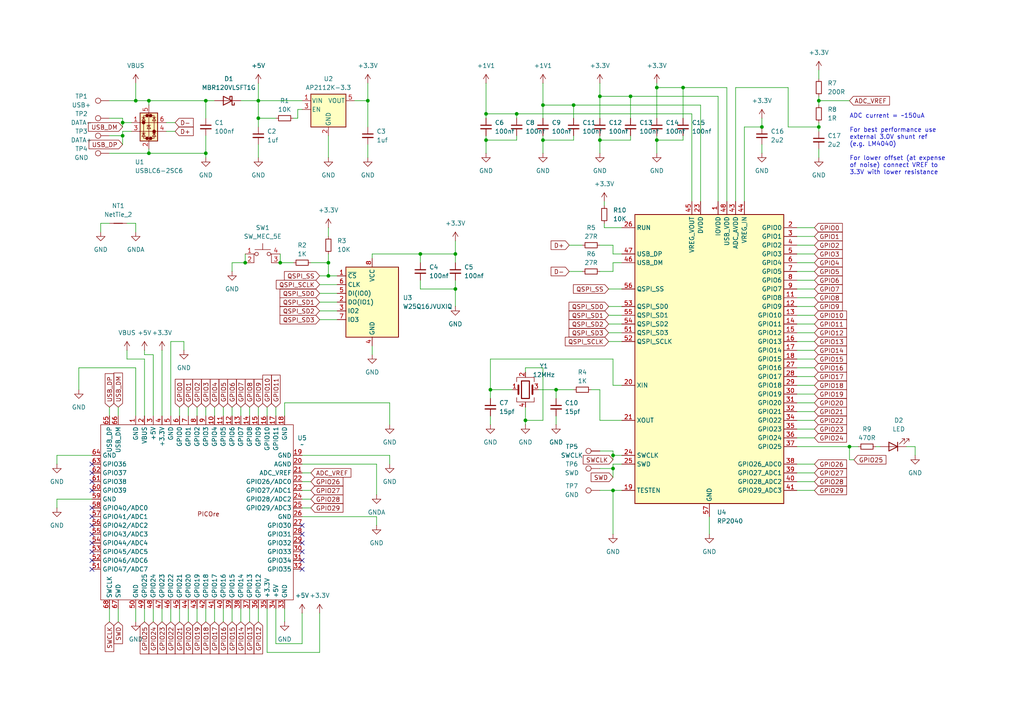
<source format=kicad_sch>
(kicad_sch (version 20231120) (generator "eeschema") (generator_version "8.0")
  (paper "A4")
  (title_block (title "PICOre RP2040 Stamp") (rev "0.1") (company "The Contrapposto Shop"))
  (lib_symbols
    (symbol "Connector:TestPoint" (pin_numbers hide) (pin_names (offset 0.762) hide)
      (property "Reference" "TP" (at 0 6.858 0))
      (property "Value" "TestPoint" (at 0 5.08 0))
      (symbol "TestPoint_1_1"
        (pin passive line (at 0 0 90) (length 2.54) (name "1") (number "1"))
      )
    )
    (symbol "Custom:PICOre_Stamp"
      (property "Reference" "U" (at 31.242 -22.86 0))
      (symbol "PICOre_Stamp_1_1"
        (text "PICOre\n" (at 31.242 -25.908 0) (effects (font (size 1.27 1.27))))
        (pin passive line (at 10.16 2.54 270) (length 2.54) (name "GND") (number "1"))
        (pin bidirectional line (at 33.02 2.54 270) (length 2.54) (name "GPIO4") (number "10"))
        (pin bidirectional line (at 35.56 2.54 270) (length 2.54) (name "GPIO5") (number "11"))
        (pin bidirectional line (at 38.1 2.54 270) (length 2.54) (name "GPIO6") (number "12"))
        (pin bidirectional line (at 40.64 2.54 270) (length 2.54) (name "GPIO7") (number "13"))
        (pin bidirectional line (at 43.18 2.54 270) (length 2.54) (name "GPIO8") (number "14"))
        (pin bidirectional line (at 45.72 2.54 270) (length 2.54) (name "GPIO9") (number "15"))
        (pin bidirectional line (at 48.26 2.54 270) (length 2.54) (name "GPIO10") (number "16"))
        (pin bidirectional line (at 50.8 2.54 270) (length 2.54) (name "GPIO11") (number "17"))
        (pin passive line (at 53.34 2.54 270) (length 2.54) (name "GND") (number "18"))
        (pin passive line (at 58.42 -8.89 180) (length 2.54) (name "GND") (number "19"))
        (pin bidirectional line (at 12.7 2.54 270) (length 2.54) (name "VBUS") (number "2"))
        (pin passive line (at 58.42 -11.43 180) (length 2.54) (name "AGND") (number "20"))
        (pin input line (at 58.42 -13.97 180) (length 2.54) (name "ADC_VREF") (number "21"))
        (pin bidirectional line (at 58.42 -16.51 180) (length 2.54) (name "GPIO26/ADC0") (number "22"))
        (pin bidirectional line (at 58.42 -19.05 180) (length 2.54) (name "GPIO27/ADC1") (number "23"))
        (pin bidirectional line (at 58.42 -21.59 180) (length 2.54) (name "GPIO28/ADC2") (number "24"))
        (pin bidirectional line (at 58.42 -24.13 180) (length 2.54) (name "GPIO29/ADC3") (number "25"))
        (pin passive line (at 58.42 -26.67 180) (length 2.54) (name "GND") (number "26"))
        (pin bidirectional line (at 58.42 -29.21 180) (length 2.54) (name "GPIO30") (number "27"))
        (pin bidirectional line (at 58.42 -31.75 180) (length 2.54) (name "GPIO31") (number "28"))
        (pin bidirectional line (at 58.42 -34.29 180) (length 2.54) (name "GPIO32") (number "29"))
        (pin bidirectional line (at 15.24 2.54 270) (length 2.54) (name "+5V") (number "3"))
        (pin bidirectional line (at 58.42 -36.83 180) (length 2.54) (name "GPIO33") (number "30"))
        (pin bidirectional line (at 58.42 -39.37 180) (length 2.54) (name "GPIO34") (number "31"))
        (pin bidirectional line (at 58.42 -41.91 180) (length 2.54) (name "GPIO35") (number "32"))
        (pin passive line (at 53.34 -53.34 90) (length 2.54) (name "GND") (number "33"))
        (pin bidirectional line (at 50.8 -53.34 90) (length 2.54) (name "+5V") (number "34"))
        (pin bidirectional line (at 48.26 -53.34 90) (length 2.54) (name "+3.3V") (number "35"))
        (pin bidirectional line (at 45.72 -53.34 90) (length 2.54) (name "GPIO12") (number "36"))
        (pin bidirectional line (at 43.18 -53.34 90) (length 2.54) (name "GPIO13") (number "37"))
        (pin bidirectional line (at 40.64 -53.34 90) (length 2.54) (name "GPIO14") (number "38"))
        (pin bidirectional line (at 38.1 -53.34 90) (length 2.54) (name "GPIO15") (number "39"))
        (pin bidirectional line (at 17.78 2.54 270) (length 2.54) (name "+3.3V") (number "4"))
        (pin bidirectional line (at 35.56 -53.34 90) (length 2.54) (name "GPIO16") (number "40"))
        (pin bidirectional line (at 33.02 -53.34 90) (length 2.54) (name "GPIO17") (number "41"))
        (pin bidirectional line (at 30.48 -53.34 90) (length 2.54) (name "GPIO18") (number "42"))
        (pin bidirectional line (at 27.94 -53.34 90) (length 2.54) (name "GPIO19") (number "43"))
        (pin bidirectional line (at 25.4 -53.34 90) (length 2.54) (name "GPIO20") (number "44"))
        (pin bidirectional line (at 22.86 -53.34 90) (length 2.54) (name "GPIO21") (number "45"))
        (pin bidirectional line (at 20.32 -53.34 90) (length 2.54) (name "GPIO22") (number "46"))
        (pin bidirectional line (at 17.78 -53.34 90) (length 2.54) (name "GPIO23") (number "47"))
        (pin bidirectional line (at 15.24 -53.34 90) (length 2.54) (name "GPIO24") (number "48"))
        (pin bidirectional line (at 12.7 -53.34 90) (length 2.54) (name "GPIO25") (number "49"))
        (pin passive line (at 20.32 2.54 270) (length 2.54) (name "GND") (number "5"))
        (pin passive line (at 10.16 -53.34 90) (length 2.54) (name "GND") (number "50"))
        (pin bidirectional line (at -2.54 -41.91 0) (length 2.54) (name "GPIO47/ADC7") (number "51"))
        (pin bidirectional line (at -2.54 -39.37 0) (length 2.54) (name "GPIO46/ADC6") (number "52"))
        (pin bidirectional line (at -2.54 -36.83 0) (length 2.54) (name "GPIO45/ADC5") (number "53"))
        (pin bidirectional line (at -2.54 -34.29 0) (length 2.54) (name "GPIO44/ADC4") (number "54"))
        (pin bidirectional line (at -2.54 -31.75 0) (length 2.54) (name "GPIO43/ADC3") (number "55"))
        (pin bidirectional line (at -2.54 -29.21 0) (length 2.54) (name "GPIO42/ADC2") (number "56"))
        (pin bidirectional line (at -2.54 -26.67 0) (length 2.54) (name "GPIO41/ADC1") (number "57"))
        (pin bidirectional line (at -2.54 -24.13 0) (length 2.54) (name "GPIO40/ADC0") (number "58"))
        (pin passive line (at -2.54 -21.59 0) (length 2.54) (name "GND") (number "59"))
        (pin bidirectional line (at 22.86 2.54 270) (length 2.54) (name "GPIO0") (number "6"))
        (pin bidirectional line (at -2.54 -19.05 0) (length 2.54) (name "GPIO39") (number "60"))
        (pin bidirectional line (at -2.54 -16.51 0) (length 2.54) (name "GPIO38") (number "61"))
        (pin bidirectional line (at -2.54 -13.97 0) (length 2.54) (name "GPIO37") (number "62"))
        (pin bidirectional line (at -2.54 -11.43 0) (length 2.54) (name "GPIO36") (number "63"))
        (pin passive line (at -2.54 -8.89 0) (length 2.54) (name "GND") (number "64"))
        (pin bidirectional line (at 2.54 2.54 270) (length 2.54) (name "USB_DP") (number "65"))
        (pin bidirectional line (at 5.08 2.54 270) (length 2.54) (name "USB_DM") (number "66"))
        (pin bidirectional line (at 5.08 -53.34 90) (length 2.54) (name "SWD") (number "67"))
        (pin bidirectional line (at 2.54 -53.34 90) (length 2.54) (name "SWCLK") (number "68"))
        (pin bidirectional line (at 25.4 2.54 270) (length 2.54) (name "GPIO1") (number "7"))
        (pin bidirectional line (at 27.94 2.54 270) (length 2.54) (name "GPIO2") (number "8"))
        (pin bidirectional line (at 30.48 2.54 270) (length 2.54) (name "GPIO3") (number "9"))
      )
    )
    (symbol "Device:C_Small" (pin_numbers hide) (pin_names (offset 0.254) hide)
      (property "Reference" "C" (at 0.254 1.778 0))
      (property "Value" "C_Small" (at 0.254 -2.032 0))
      (symbol "C_Small_1_1"
        (pin passive line (at 0 2.54 270) (length 2.032) (name "~") (number "1"))
        (pin passive line (at 0 -2.54 90) (length 2.032) (name "~") (number "2"))
      )
    )
    (symbol "Device:Crystal_GND24" (pin_names (offset 1.016) hide)
      (property "Reference" "Y" (at 3.175 5.08 0))
      (property "Value" "Crystal_GND24" (at 3.175 3.175 0))
      (symbol "Crystal_GND24_1_1"
        (pin passive line (at -3.81 0 0) (length 1.27) (name "1") (number "1"))
        (pin passive line (at 0 5.08 270) (length 1.27) (name "2") (number "2"))
        (pin passive line (at 3.81 0 180) (length 1.27) (name "3") (number "3"))
        (pin passive line (at 0 -5.08 90) (length 1.27) (name "4") (number "4"))
      )
    )
    (symbol "Device:D_Schottky" (pin_numbers hide) (pin_names (offset 1.016) hide)
      (property "Reference" "D" (at 0 2.54 0))
      (property "Value" "D_Schottky" (at 0 -2.54 0))
      (symbol "D_Schottky_1_1"
        (pin passive line (at -3.81 0 0) (length 2.54) (name "K") (number "1"))
        (pin passive line (at 3.81 0 180) (length 2.54) (name "A") (number "2"))
      )
    )
    (symbol "Device:LED" (pin_numbers hide) (pin_names (offset 1.016) hide)
      (property "Reference" "D" (at 0 2.54 0))
      (property "Value" "LED" (at 0 -2.54 0))
      (symbol "LED_1_1"
        (pin passive line (at -3.81 0 0) (length 2.54) (name "K") (number "1"))
        (pin passive line (at 3.81 0 180) (length 2.54) (name "A") (number "2"))
      )
    )
    (symbol "Device:NetTie_2" (pin_numbers hide) (pin_names (offset 0) hide) (in_bom no)
      (property "Reference" "NT" (at 0 1.27 0))
      (property "Value" "NetTie_2" (at 0 -1.27 0))
      (symbol "NetTie_2_1_1"
        (pin passive line (at -2.54 0 0) (length 2.54) (name "1") (number "1"))
        (pin passive line (at 2.54 0 180) (length 2.54) (name "2") (number "2"))
      )
    )
    (symbol "Device:R_Small" (pin_numbers hide) (pin_names (offset 0.254) hide)
      (property "Reference" "R" (at 0.762 0.508 0))
      (property "Value" "R_Small" (at 0.762 -1.016 0))
      (symbol "R_Small_1_1"
        (pin passive line (at 0 2.54 270) (length 0.762) (name "~") (number "1"))
        (pin passive line (at 0 -2.54 90) (length 0.762) (name "~") (number "2"))
      )
    )
    (symbol "MCU_RaspberryPi:RP2040"
      (property "Reference" "U" (at 17.78 45.72 0))
      (property "Value" "RP2040" (at 17.78 43.18 0))
      (symbol "RP2040_1_1"
        (pin power_in line (at 2.54 45.72 270) (length 3.81) (name "IOVDD") (number "1"))
        (pin passive line (at 2.54 45.72 270) (length 3.81) hide (name "IOVDD") (number "10"))
        (pin bidirectional line (at 25.4 17.78 180) (length 3.81) (name "GPIO8") (number "11"))
        (pin bidirectional line (at 25.4 15.24 180) (length 3.81) (name "GPIO9") (number "12"))
        (pin bidirectional line (at 25.4 12.7 180) (length 3.81) (name "GPIO10") (number "13"))
        (pin bidirectional line (at 25.4 10.16 180) (length 3.81) (name "GPIO11") (number "14"))
        (pin bidirectional line (at 25.4 7.62 180) (length 3.81) (name "GPIO12") (number "15"))
        (pin bidirectional line (at 25.4 5.08 180) (length 3.81) (name "GPIO13") (number "16"))
        (pin bidirectional line (at 25.4 2.54 180) (length 3.81) (name "GPIO14") (number "17"))
        (pin bidirectional line (at 25.4 0 180) (length 3.81) (name "GPIO15") (number "18"))
        (pin input line (at -25.4 -38.1 0) (length 3.81) (name "TESTEN") (number "19"))
        (pin bidirectional line (at 25.4 38.1 180) (length 3.81) (name "GPIO0") (number "2"))
        (pin input line (at -25.4 -7.62 0) (length 3.81) (name "XIN") (number "20"))
        (pin passive line (at -25.4 -17.78 0) (length 3.81) (name "XOUT") (number "21"))
        (pin passive line (at 2.54 45.72 270) (length 3.81) hide (name "IOVDD") (number "22"))
        (pin power_in line (at -2.54 45.72 270) (length 3.81) (name "DVDD") (number "23"))
        (pin input line (at -25.4 -27.94 0) (length 3.81) (name "SWCLK") (number "24"))
        (pin bidirectional line (at -25.4 -30.48 0) (length 3.81) (name "SWD") (number "25"))
        (pin input line (at -25.4 38.1 0) (length 3.81) (name "RUN") (number "26"))
        (pin bidirectional line (at 25.4 -2.54 180) (length 3.81) (name "GPIO16") (number "27"))
        (pin bidirectional line (at 25.4 -5.08 180) (length 3.81) (name "GPIO17") (number "28"))
        (pin bidirectional line (at 25.4 -7.62 180) (length 3.81) (name "GPIO18") (number "29"))
        (pin bidirectional line (at 25.4 35.56 180) (length 3.81) (name "GPIO1") (number "3"))
        (pin bidirectional line (at 25.4 -10.16 180) (length 3.81) (name "GPIO19") (number "30"))
        (pin bidirectional line (at 25.4 -12.7 180) (length 3.81) (name "GPIO20") (number "31"))
        (pin bidirectional line (at 25.4 -15.24 180) (length 3.81) (name "GPIO21") (number "32"))
        (pin passive line (at 2.54 45.72 270) (length 3.81) hide (name "IOVDD") (number "33"))
        (pin bidirectional line (at 25.4 -17.78 180) (length 3.81) (name "GPIO22") (number "34"))
        (pin bidirectional line (at 25.4 -20.32 180) (length 3.81) (name "GPIO23") (number "35"))
        (pin bidirectional line (at 25.4 -22.86 180) (length 3.81) (name "GPIO24") (number "36"))
        (pin bidirectional line (at 25.4 -25.4 180) (length 3.81) (name "GPIO25") (number "37"))
        (pin bidirectional line (at 25.4 -30.48 180) (length 3.81) (name "GPIO26_ADC0") (number "38"))
        (pin bidirectional line (at 25.4 -33.02 180) (length 3.81) (name "GPIO27_ADC1") (number "39"))
        (pin bidirectional line (at 25.4 33.02 180) (length 3.81) (name "GPIO2") (number "4"))
        (pin bidirectional line (at 25.4 -35.56 180) (length 3.81) (name "GPIO28_ADC2") (number "40"))
        (pin bidirectional line (at 25.4 -38.1 180) (length 3.81) (name "GPIO29_ADC3") (number "41"))
        (pin passive line (at 2.54 45.72 270) (length 3.81) hide (name "IOVDD") (number "42"))
        (pin power_in line (at 7.62 45.72 270) (length 3.81) (name "ADC_AVDD") (number "43"))
        (pin power_in line (at 10.16 45.72 270) (length 3.81) (name "VREG_IN") (number "44"))
        (pin power_out line (at -5.08 45.72 270) (length 3.81) (name "VREG_VOUT") (number "45"))
        (pin bidirectional line (at -25.4 27.94 0) (length 3.81) (name "USB_DM") (number "46"))
        (pin bidirectional line (at -25.4 30.48 0) (length 3.81) (name "USB_DP") (number "47"))
        (pin power_in line (at 5.08 45.72 270) (length 3.81) (name "USB_VDD") (number "48"))
        (pin passive line (at 2.54 45.72 270) (length 3.81) hide (name "IOVDD") (number "49"))
        (pin bidirectional line (at 25.4 30.48 180) (length 3.81) (name "GPIO3") (number "5"))
        (pin passive line (at -2.54 45.72 270) (length 3.81) hide (name "DVDD") (number "50"))
        (pin bidirectional line (at -25.4 7.62 0) (length 3.81) (name "QSPI_SD3") (number "51"))
        (pin output line (at -25.4 5.08 0) (length 3.81) (name "QSPI_SCLK") (number "52"))
        (pin bidirectional line (at -25.4 15.24 0) (length 3.81) (name "QSPI_SD0") (number "53"))
        (pin bidirectional line (at -25.4 10.16 0) (length 3.81) (name "QSPI_SD2") (number "54"))
        (pin bidirectional line (at -25.4 12.7 0) (length 3.81) (name "QSPI_SD1") (number "55"))
        (pin bidirectional line (at -25.4 20.32 0) (length 3.81) (name "QSPI_SS") (number "56"))
        (pin power_in line (at 0 -45.72 90) (length 3.81) (name "GND") (number "57"))
        (pin bidirectional line (at 25.4 27.94 180) (length 3.81) (name "GPIO4") (number "6"))
        (pin bidirectional line (at 25.4 25.4 180) (length 3.81) (name "GPIO5") (number "7"))
        (pin bidirectional line (at 25.4 22.86 180) (length 3.81) (name "GPIO6") (number "8"))
        (pin bidirectional line (at 25.4 20.32 180) (length 3.81) (name "GPIO7") (number "9"))
      )
    )
    (symbol "Memory_Flash:W25Q32JVSS"
      (property "Reference" "U" (at -6.35 11.43 0))
      (property "Value" "W25Q32JVSS" (at 7.62 11.43 0))
      (symbol "W25Q32JVSS_1_1"
        (pin input line (at -10.16 7.62 0) (length 2.54) (name "~{CS}") (number "1"))
        (pin bidirectional line (at -10.16 0 0) (length 2.54) (name "DO(IO1)") (number "2"))
        (pin bidirectional line (at -10.16 -2.54 0) (length 2.54) (name "IO2") (number "3"))
        (pin power_in line (at 0 -12.7 90) (length 2.54) (name "GND") (number "4"))
        (pin bidirectional line (at -10.16 2.54 0) (length 2.54) (name "DI(IO0)") (number "5"))
        (pin input line (at -10.16 5.08 0) (length 2.54) (name "CLK") (number "6"))
        (pin bidirectional line (at -10.16 -5.08 0) (length 2.54) (name "IO3") (number "7"))
        (pin power_in line (at 0 12.7 270) (length 2.54) (name "VCC") (number "8"))
      )
    )
    (symbol "Power_Protection:USBLC6-2SC6" (pin_names hide)
      (property "Reference" "U" (at 0.635 5.715 0))
      (property "Value" "USBLC6-2SC6" (at 0.635 3.81 0))
      (symbol "USBLC6-2SC6_1_1"
        (pin passive line (at -5.08 0 0) (length 2.54) (name "I/O1") (number "1"))
        (pin passive line (at 0 -7.62 90) (length 2.54) (name "GND") (number "2"))
        (pin passive line (at -5.08 -2.54 0) (length 2.54) (name "I/O2") (number "3"))
        (pin passive line (at 5.08 -2.54 180) (length 2.54) (name "I/O2") (number "4"))
        (pin passive line (at 0 5.08 270) (length 2.54) (name "VBUS") (number "5"))
        (pin passive line (at 5.08 0 180) (length 2.54) (name "I/O1") (number "6"))
      )
    )
    (symbol "Regulator_Linear:AP2112K-3.3" (pin_names (offset 0.254))
      (property "Reference" "U" (at -5.08 5.715 0))
      (property "Value" "AP2112K-3.3" (at 0 5.715 0))
      (symbol "AP2112K-3.3_1_1"
        (pin power_in line (at -7.62 2.54 0) (length 2.54) (name "VIN") (number "1"))
        (pin power_in line (at 0 -7.62 90) (length 2.54) (name "GND") (number "2"))
        (pin input line (at -7.62 0 0) (length 2.54) (name "EN") (number "3"))
        (pin no_connect line (at 5.08 0 180) (length 2.54) hide (name "NC") (number "4"))
        (pin power_out line (at 7.62 2.54 180) (length 2.54) (name "VOUT") (number "5"))
      )
    )
    (symbol "Switch:SW_MEC_5E" (pin_names (offset 1.016) hide)
      (property "Reference" "SW" (at 0.635 5.715 0))
      (property "Value" "SW_MEC_5E" (at 0 -3.175 0))
      (symbol "SW_MEC_5E_0_1"
        (pin passive line (at -5.08 2.54 0) (length 2.54) (name "1") (number "1"))
        (pin passive line (at -5.08 0 0) (length 2.54) (name "2") (number "2"))
        (pin passive line (at 5.08 0 180) (length 2.54) (name "K") (number "3"))
        (pin passive line (at 5.08 2.54 180) (length 2.54) (name "A") (number "4"))
      )
    )
    (symbol "power:+1V1" (power) (pin_numbers hide) (pin_names (offset 0) hide)
      (property "Value" "+1V1" (at 0 3.556 0))
      (symbol "+1V1_1_1"
        (pin power_in line (at 0 0 90) (length 0) (name "~") (number "1"))
      )
    )
    (symbol "power:+3.3V" (power) (pin_numbers hide) (pin_names (offset 0) hide)
      (property "Value" "+3.3V" (at 0 3.556 0))
      (symbol "+3.3V_1_1"
        (pin power_in line (at 0 0 90) (length 0) (name "~") (number "1"))
      )
    )
    (symbol "power:+5V" (power) (pin_numbers hide) (pin_names (offset 0) hide)
      (property "Value" "+5V" (at 0 3.556 0))
      (symbol "+5V_1_1"
        (pin power_in line (at 0 0 90) (length 0) (name "~") (number "1"))
      )
    )
    (symbol "power:GND" (power) (pin_numbers hide) (pin_names (offset 0) hide)
      (property "Value" "GND" (at 0 -3.81 0))
      (symbol "GND_1_1"
        (pin power_in line (at 0 0 270) (length 0) (name "~") (number "1"))
      )
    )
    (symbol "power:GNDA" (power) (pin_numbers hide) (pin_names (offset 0) hide)
      (property "Value" "GNDA" (at 0 -3.81 0))
      (symbol "GNDA_1_1"
        (pin power_in line (at 0 0 270) (length 0) (name "~") (number "1"))
      )
    )
    (symbol "power:VBUS" (power) (pin_numbers hide) (pin_names (offset 0) hide)
      (property "Value" "VBUS" (at 0 3.556 0))
      (symbol "VBUS_1_1"
        (pin power_in line (at 0 0 90) (length 0) (name "~") (number "1"))
      )
    )
  )
  (junction (at 132.08 83.82))
  (junction (at 177.8 135.89))
  (junction (at 182.88 27.94))
  (junction (at 43.18 44.45))
  (junction (at 237.49 36.83))
  (junction (at 198.12 25.4))
  (junction (at 149.86 33.02))
  (junction (at 106.68 29.21))
  (junction (at 246.38 129.54))
  (junction (at 71.12 76.2))
  (junction (at 81.28 76.2))
  (junction (at 177.8 142.24))
  (junction (at 74.93 34.29))
  (junction (at 157.48 40.64))
  (junction (at 95.25 76.2))
  (junction (at 166.37 30.48))
  (junction (at 173.99 27.94))
  (junction (at 59.69 29.21))
  (junction (at 39.37 29.21))
  (junction (at 157.48 30.48))
  (junction (at 152.4 121.92))
  (junction (at 35.56 35.56))
  (junction (at 177.8 132.08))
  (junction (at 59.69 44.45))
  (junction (at 173.99 40.64))
  (junction (at 142.24 113.03))
  (junction (at 220.98 36.83))
  (junction (at 121.92 73.66))
  (junction (at 237.49 29.21))
  (junction (at 132.08 73.66))
  (junction (at 190.5 25.4))
  (junction (at 43.18 29.21))
  (junction (at 140.97 40.64))
  (junction (at 190.5 40.64))
  (junction (at 161.29 113.03))
  (junction (at 140.97 33.02))
  (junction (at 35.56 39.37))
  (junction (at 74.93 29.21))
  (junction (at 95.25 80.01))
  (no_connect (at 26.67 157.48))
  (no_connect (at 87.63 162.56))
  (no_connect (at 26.67 147.32))
  (no_connect (at 26.67 139.7))
  (no_connect (at 26.67 137.16))
  (no_connect (at 87.63 157.48))
  (no_connect (at 26.67 154.94))
  (no_connect (at 87.63 160.02))
  (no_connect (at 87.63 154.94))
  (no_connect (at 87.63 152.4))
  (no_connect (at 26.67 149.86))
  (no_connect (at 26.67 152.4))
  (no_connect (at 26.67 142.24))
  (no_connect (at 26.67 162.56))
  (no_connect (at 26.67 160.02))
  (no_connect (at 87.63 165.1))
  (no_connect (at 26.67 165.1))
  (no_connect (at 26.67 134.62))
  (wire (pts (xy 220.98 44.45) (xy 220.98 41.91)))
  (wire (pts (xy 231.14 76.2) (xy 236.22 76.2)))
  (wire (pts (xy 74.93 29.21) (xy 74.93 34.29)))
  (wire (pts (xy 113.03 132.08) (xy 113.03 134.62)))
  (wire (pts (xy 80.01 118.11) (xy 80.01 120.65)))
  (wire (pts (xy 231.14 71.12) (xy 236.22 71.12)))
  (wire (pts (xy 140.97 40.64) (xy 140.97 39.37)))
  (wire (pts (xy 176.53 83.82) (xy 180.34 83.82)))
  (wire (pts (xy 41.91 104.14) (xy 41.91 120.65)))
  (wire (pts (xy 41.91 180.34) (xy 41.91 176.53)))
  (wire (pts (xy 182.88 27.94) (xy 208.28 27.94)))
  (wire (pts (xy 190.5 25.4) (xy 190.5 34.29)))
  (wire (pts (xy 64.77 180.34) (xy 64.77 176.53)))
  (wire (pts (xy 140.97 33.02) (xy 149.86 33.02)))
  (wire (pts (xy 86.36 31.75) (xy 87.63 31.75)))
  (wire (pts (xy 231.14 68.58) (xy 236.22 68.58)))
  (wire (pts (xy 231.14 88.9) (xy 236.22 88.9)))
  (wire (pts (xy 39.37 120.65) (xy 39.37 106.68)))
  (wire (pts (xy 82.55 116.84) (xy 82.55 120.65)))
  (wire (pts (xy 213.36 58.42) (xy 213.36 25.4)))
  (wire (pts (xy 152.4 107.95) (xy 152.4 106.68)))
  (wire (pts (xy 59.69 118.11) (xy 59.69 120.65)))
  (wire (pts (xy 57.15 118.11) (xy 57.15 120.65)))
  (wire (pts (xy 220.98 36.83) (xy 215.9 36.83)))
  (wire (pts (xy 231.14 137.16) (xy 236.22 137.16)))
  (wire (pts (xy 161.29 120.65) (xy 161.29 123.19)))
  (wire (pts (xy 176.53 96.52) (xy 180.34 96.52)))
  (wire (pts (xy 231.14 111.76) (xy 236.22 111.76)))
  (wire (pts (xy 262.89 129.54) (xy 265.43 129.54)))
  (wire (pts (xy 72.39 180.34) (xy 72.39 176.53)))
  (wire (pts (xy 200.66 33.02) (xy 200.66 58.42)))
  (wire (pts (xy 43.18 29.21) (xy 59.69 29.21)))
  (wire (pts (xy 180.34 76.2) (xy 177.8 76.2)))
  (wire (pts (xy 26.67 132.08) (xy 16.51 132.08)))
  (wire (pts (xy 173.99 121.92) (xy 180.34 121.92)))
  (wire (pts (xy 190.5 40.64) (xy 190.5 39.37)))
  (wire (pts (xy 132.08 69.85) (xy 132.08 73.66)))
  (wire (pts (xy 231.14 93.98) (xy 236.22 93.98)))
  (wire (pts (xy 142.24 104.14) (xy 142.24 113.03)))
  (wire (pts (xy 231.14 66.04) (xy 236.22 66.04)))
  (wire (pts (xy 90.17 76.2) (xy 95.25 76.2)))
  (wire (pts (xy 67.31 180.34) (xy 67.31 176.53)))
  (wire (pts (xy 39.37 180.34) (xy 39.37 176.53)))
  (wire (pts (xy 177.8 134.62) (xy 180.34 134.62)))
  (wire (pts (xy 109.22 134.62) (xy 109.22 143.51)))
  (wire (pts (xy 59.69 34.29) (xy 59.69 29.21)))
  (wire (pts (xy 67.31 76.2) (xy 71.12 76.2)))
  (wire (pts (xy 54.61 180.34) (xy 54.61 176.53)))
  (wire (pts (xy 231.14 124.46) (xy 236.22 124.46)))
  (wire (pts (xy 177.8 132.08) (xy 177.8 133.35)))
  (wire (pts (xy 176.53 88.9) (xy 180.34 88.9)))
  (wire (pts (xy 149.86 40.64) (xy 140.97 40.64)))
  (wire (pts (xy 156.21 113.03) (xy 161.29 113.03)))
  (wire (pts (xy 87.63 186.69) (xy 80.01 186.69)))
  (wire (pts (xy 231.14 83.82) (xy 236.22 83.82)))
  (wire (pts (xy 52.07 180.34) (xy 52.07 176.53)))
  (wire (pts (xy 246.38 129.54) (xy 248.92 129.54)))
  (wire (pts (xy 149.86 33.02) (xy 200.66 33.02)))
  (wire (pts (xy 177.8 130.81) (xy 177.8 132.08)))
  (wire (pts (xy 36.83 104.14) (xy 41.91 104.14)))
  (wire (pts (xy 198.12 39.37) (xy 198.12 40.64)))
  (wire (pts (xy 231.14 101.6) (xy 236.22 101.6)))
  (wire (pts (xy 50.8 38.1) (xy 48.26 38.1)))
  (wire (pts (xy 231.14 96.52) (xy 236.22 96.52)))
  (wire (pts (xy 90.17 147.32) (xy 87.63 147.32)))
  (wire (pts (xy 121.92 83.82) (xy 121.92 81.28)))
  (wire (pts (xy 90.17 144.78) (xy 87.63 144.78)))
  (wire (pts (xy 34.29 180.34) (xy 34.29 176.53)))
  (wire (pts (xy 173.99 142.24) (xy 177.8 142.24)))
  (wire (pts (xy 176.53 91.44) (xy 180.34 91.44)))
  (wire (pts (xy 142.24 113.03) (xy 148.59 113.03)))
  (wire (pts (xy 107.95 102.87) (xy 107.95 100.33)))
  (wire (pts (xy 231.14 106.68) (xy 236.22 106.68)))
  (wire (pts (xy 92.71 82.55) (xy 97.79 82.55)))
  (wire (pts (xy 71.12 73.66) (xy 71.12 76.2)))
  (wire (pts (xy 102.87 29.21) (xy 106.68 29.21)))
  (wire (pts (xy 74.93 41.91) (xy 74.93 45.72)))
  (wire (pts (xy 157.48 40.64) (xy 157.48 39.37)))
  (wire (pts (xy 265.43 129.54) (xy 265.43 132.08)))
  (wire (pts (xy 74.93 118.11) (xy 74.93 120.65)))
  (wire (pts (xy 177.8 78.74) (xy 173.99 78.74)))
  (wire (pts (xy 177.8 104.14) (xy 177.8 111.76)))
  (wire (pts (xy 35.56 35.56) (xy 38.1 35.56)))
  (wire (pts (xy 95.25 66.04) (xy 95.25 68.58)))
  (wire (pts (xy 44.45 102.87) (xy 44.45 120.65)))
  (wire (pts (xy 177.8 111.76) (xy 180.34 111.76)))
  (wire (pts (xy 173.99 135.89) (xy 177.8 135.89)))
  (wire (pts (xy 81.28 76.2) (xy 85.09 76.2)))
  (wire (pts (xy 175.26 58.42) (xy 175.26 59.69)))
  (wire (pts (xy 190.5 44.45) (xy 190.5 40.64)))
  (wire (pts (xy 109.22 149.86) (xy 109.22 152.4)))
  (wire (pts (xy 95.25 76.2) (xy 95.25 80.01)))
  (wire (pts (xy 34.29 118.11) (xy 34.29 120.65)))
  (wire (pts (xy 231.14 139.7) (xy 236.22 139.7)))
  (wire (pts (xy 29.21 64.77) (xy 29.21 67.31)))
  (wire (pts (xy 72.39 118.11) (xy 72.39 120.65)))
  (wire (pts (xy 43.18 29.21) (xy 39.37 29.21)))
  (wire (pts (xy 92.71 90.17) (xy 97.79 90.17)))
  (wire (pts (xy 35.56 35.56) (xy 35.56 36.83)))
  (wire (pts (xy 205.74 154.94) (xy 205.74 149.86)))
  (wire (pts (xy 173.99 44.45) (xy 173.99 40.64)))
  (wire (pts (xy 173.99 24.13) (xy 173.99 27.94)))
  (wire (pts (xy 231.14 91.44) (xy 236.22 91.44)))
  (wire (pts (xy 49.53 180.34) (xy 49.53 176.53)))
  (wire (pts (xy 74.93 34.29) (xy 74.93 36.83)))
  (wire (pts (xy 149.86 39.37) (xy 149.86 40.64)))
  (wire (pts (xy 95.25 73.66) (xy 95.25 76.2)))
  (wire (pts (xy 246.38 133.35) (xy 246.38 129.54)))
  (wire (pts (xy 166.37 40.64) (xy 157.48 40.64)))
  (wire (pts (xy 90.17 137.16) (xy 87.63 137.16)))
  (wire (pts (xy 157.48 24.13) (xy 157.48 30.48)))
  (wire (pts (xy 177.8 76.2) (xy 177.8 78.74)))
  (wire (pts (xy 140.97 34.29) (xy 140.97 33.02)))
  (wire (pts (xy 231.14 73.66) (xy 236.22 73.66)))
  (wire (pts (xy 87.63 29.21) (xy 74.93 29.21)))
  (wire (pts (xy 121.92 73.66) (xy 132.08 73.66)))
  (wire (pts (xy 177.8 132.08) (xy 180.34 132.08)))
  (wire (pts (xy 210.82 25.4) (xy 210.82 58.42)))
  (wire (pts (xy 41.91 101.6) (xy 41.91 102.87)))
  (wire (pts (xy 231.14 127) (xy 236.22 127)))
  (wire (pts (xy 67.31 78.74) (xy 67.31 76.2)))
  (wire (pts (xy 237.49 27.94) (xy 237.49 29.21)))
  (wire (pts (xy 35.56 38.1) (xy 38.1 38.1)))
  (wire (pts (xy 132.08 73.66) (xy 132.08 76.2)))
  (wire (pts (xy 36.83 101.6) (xy 36.83 104.14)))
  (wire (pts (xy 152.4 121.92) (xy 157.48 121.92)))
  (wire (pts (xy 190.5 25.4) (xy 198.12 25.4)))
  (wire (pts (xy 140.97 24.13) (xy 140.97 33.02)))
  (wire (pts (xy 92.71 189.23) (xy 77.47 189.23)))
  (wire (pts (xy 231.14 119.38) (xy 236.22 119.38)))
  (wire (pts (xy 95.25 80.01) (xy 97.79 80.01)))
  (wire (pts (xy 152.4 106.68) (xy 157.48 106.68)))
  (wire (pts (xy 161.29 113.03) (xy 161.29 115.57)))
  (wire (pts (xy 142.24 115.57) (xy 142.24 113.03)))
  (wire (pts (xy 67.31 118.11) (xy 67.31 120.65)))
  (wire (pts (xy 39.37 106.68) (xy 22.86 106.68)))
  (wire (pts (xy 35.56 34.29) (xy 35.56 35.56)))
  (wire (pts (xy 237.49 36.83) (xy 237.49 38.1)))
  (wire (pts (xy 182.88 39.37) (xy 182.88 40.64)))
  (wire (pts (xy 140.97 44.45) (xy 140.97 40.64)))
  (wire (pts (xy 166.37 39.37) (xy 166.37 40.64)))
  (wire (pts (xy 173.99 27.94) (xy 173.99 34.29)))
  (wire (pts (xy 166.37 30.48) (xy 203.2 30.48)))
  (wire (pts (xy 95.25 39.37) (xy 95.25 45.72)))
  (wire (pts (xy 85.09 34.29) (xy 86.36 34.29)))
  (wire (pts (xy 132.08 88.9) (xy 132.08 83.82)))
  (wire (pts (xy 157.48 30.48) (xy 166.37 30.48)))
  (wire (pts (xy 43.18 43.18) (xy 43.18 44.45)))
  (wire (pts (xy 43.18 30.48) (xy 43.18 29.21)))
  (wire (pts (xy 31.75 34.29) (xy 35.56 34.29)))
  (wire (pts (xy 190.5 24.13) (xy 190.5 25.4)))
  (wire (pts (xy 87.63 134.62) (xy 109.22 134.62)))
  (wire (pts (xy 31.75 64.77) (xy 29.21 64.77)))
  (wire (pts (xy 157.48 44.45) (xy 157.48 40.64)))
  (wire (pts (xy 50.8 35.56) (xy 48.26 35.56)))
  (wire (pts (xy 208.28 27.94) (xy 208.28 58.42)))
  (wire (pts (xy 142.24 120.65) (xy 142.24 123.19)))
  (wire (pts (xy 69.85 180.34) (xy 69.85 176.53)))
  (wire (pts (xy 16.51 132.08) (xy 16.51 134.62)))
  (wire (pts (xy 43.18 44.45) (xy 31.75 44.45)))
  (wire (pts (xy 106.68 24.13) (xy 106.68 29.21)))
  (wire (pts (xy 31.75 180.34) (xy 31.75 176.53)))
  (wire (pts (xy 176.53 93.98) (xy 180.34 93.98)))
  (wire (pts (xy 175.26 64.77) (xy 175.26 66.04)))
  (wire (pts (xy 182.88 40.64) (xy 173.99 40.64)))
  (wire (pts (xy 90.17 142.24) (xy 87.63 142.24)))
  (wire (pts (xy 77.47 189.23) (xy 77.47 176.53)))
  (wire (pts (xy 92.71 177.8) (xy 92.71 189.23)))
  (wire (pts (xy 57.15 180.34) (xy 57.15 176.53)))
  (wire (pts (xy 77.47 118.11) (xy 77.47 120.65)))
  (wire (pts (xy 39.37 24.13) (xy 39.37 29.21)))
  (wire (pts (xy 22.86 106.68) (xy 22.86 113.03)))
  (wire (pts (xy 165.1 71.12) (xy 168.91 71.12)))
  (wire (pts (xy 121.92 73.66) (xy 121.92 76.2)))
  (wire (pts (xy 74.93 180.34) (xy 74.93 176.53)))
  (wire (pts (xy 254 129.54) (xy 255.27 129.54)))
  (wire (pts (xy 177.8 135.89) (xy 177.8 138.43)))
  (wire (pts (xy 237.49 45.72) (xy 237.49 43.18)))
  (wire (pts (xy 113.03 123.19) (xy 113.03 116.84)))
  (wire (pts (xy 92.71 85.09) (xy 97.79 85.09)))
  (wire (pts (xy 228.6 25.4) (xy 228.6 36.83)))
  (wire (pts (xy 41.91 102.87) (xy 44.45 102.87)))
  (wire (pts (xy 231.14 86.36) (xy 236.22 86.36)))
  (wire (pts (xy 237.49 29.21) (xy 237.49 30.48)))
  (wire (pts (xy 215.9 36.83) (xy 215.9 58.42)))
  (wire (pts (xy 213.36 25.4) (xy 228.6 25.4)))
  (wire (pts (xy 16.51 144.78) (xy 26.67 144.78)))
  (wire (pts (xy 31.75 118.11) (xy 31.75 120.65)))
  (wire (pts (xy 107.95 73.66) (xy 121.92 73.66)))
  (wire (pts (xy 182.88 27.94) (xy 182.88 34.29)))
  (wire (pts (xy 31.75 39.37) (xy 35.56 39.37)))
  (wire (pts (xy 231.14 109.22) (xy 236.22 109.22)))
  (wire (pts (xy 59.69 39.37) (xy 59.69 44.45)))
  (wire (pts (xy 92.71 80.01) (xy 95.25 80.01)))
  (wire (pts (xy 152.4 123.19) (xy 152.4 121.92)))
  (wire (pts (xy 59.69 180.34) (xy 59.69 176.53)))
  (wire (pts (xy 87.63 132.08) (xy 113.03 132.08)))
  (wire (pts (xy 53.34 101.6) (xy 53.34 99.06)))
  (wire (pts (xy 16.51 144.78) (xy 16.51 147.32)))
  (wire (pts (xy 62.23 118.11) (xy 62.23 120.65)))
  (wire (pts (xy 231.14 116.84) (xy 236.22 116.84)))
  (wire (pts (xy 82.55 180.34) (xy 82.55 176.53)))
  (wire (pts (xy 74.93 34.29) (xy 80.01 34.29)))
  (wire (pts (xy 173.99 27.94) (xy 182.88 27.94)))
  (wire (pts (xy 35.56 39.37) (xy 35.56 41.91)))
  (wire (pts (xy 80.01 186.69) (xy 80.01 176.53)))
  (wire (pts (xy 237.49 36.83) (xy 237.49 35.56)))
  (wire (pts (xy 231.14 78.74) (xy 236.22 78.74)))
  (wire (pts (xy 171.45 113.03) (xy 173.99 113.03)))
  (wire (pts (xy 149.86 33.02) (xy 149.86 34.29)))
  (wire (pts (xy 198.12 25.4) (xy 210.82 25.4)))
  (wire (pts (xy 231.14 104.14) (xy 236.22 104.14)))
  (wire (pts (xy 231.14 129.54) (xy 246.38 129.54)))
  (wire (pts (xy 69.85 29.21) (xy 74.93 29.21)))
  (wire (pts (xy 49.53 99.06) (xy 49.53 120.65)))
  (wire (pts (xy 92.71 92.71) (xy 97.79 92.71)))
  (wire (pts (xy 157.48 30.48) (xy 157.48 34.29)))
  (wire (pts (xy 132.08 83.82) (xy 121.92 83.82)))
  (wire (pts (xy 69.85 118.11) (xy 69.85 120.65)))
  (wire (pts (xy 46.99 180.34) (xy 46.99 176.53)))
  (wire (pts (xy 177.8 135.89) (xy 177.8 134.62)))
  (wire (pts (xy 44.45 180.34) (xy 44.45 176.53)))
  (wire (pts (xy 132.08 83.82) (xy 132.08 81.28)))
  (wire (pts (xy 220.98 34.29) (xy 220.98 36.83)))
  (wire (pts (xy 54.61 118.11) (xy 54.61 120.65)))
  (wire (pts (xy 59.69 44.45) (xy 59.69 45.72)))
  (wire (pts (xy 173.99 40.64) (xy 173.99 39.37)))
  (wire (pts (xy 39.37 64.77) (xy 39.37 67.31)))
  (wire (pts (xy 165.1 78.74) (xy 168.91 78.74)))
  (wire (pts (xy 177.8 73.66) (xy 177.8 71.12)))
  (wire (pts (xy 106.68 41.91) (xy 106.68 45.72)))
  (wire (pts (xy 161.29 113.03) (xy 166.37 113.03)))
  (wire (pts (xy 237.49 20.32) (xy 237.49 22.86)))
  (wire (pts (xy 176.53 99.06) (xy 180.34 99.06)))
  (wire (pts (xy 180.34 142.24) (xy 177.8 142.24)))
  (wire (pts (xy 62.23 29.21) (xy 59.69 29.21)))
  (wire (pts (xy 90.17 139.7) (xy 87.63 139.7)))
  (wire (pts (xy 87.63 177.8) (xy 87.63 186.69)))
  (wire (pts (xy 231.14 114.3) (xy 236.22 114.3)))
  (wire (pts (xy 231.14 142.24) (xy 236.22 142.24)))
  (wire (pts (xy 142.24 104.14) (xy 177.8 104.14)))
  (wire (pts (xy 92.71 87.63) (xy 97.79 87.63)))
  (wire (pts (xy 198.12 40.64) (xy 190.5 40.64)))
  (wire (pts (xy 166.37 34.29) (xy 166.37 30.48)))
  (wire (pts (xy 177.8 71.12) (xy 173.99 71.12)))
  (wire (pts (xy 231.14 134.62) (xy 236.22 134.62)))
  (wire (pts (xy 175.26 66.04) (xy 180.34 66.04)))
  (wire (pts (xy 173.99 130.81) (xy 177.8 130.81)))
  (wire (pts (xy 46.99 101.6) (xy 46.99 120.65)))
  (wire (pts (xy 106.68 29.21) (xy 106.68 36.83)))
  (wire (pts (xy 81.28 73.66) (xy 81.28 76.2)))
  (wire (pts (xy 53.34 99.06) (xy 49.53 99.06)))
  (wire (pts (xy 157.48 106.68) (xy 157.48 121.92)))
  (wire (pts (xy 173.99 113.03) (xy 173.99 121.92)))
  (wire (pts (xy 31.75 29.21) (xy 39.37 29.21)))
  (wire (pts (xy 180.34 73.66) (xy 177.8 73.66)))
  (wire (pts (xy 64.77 118.11) (xy 64.77 120.65)))
  (wire (pts (xy 36.83 64.77) (xy 39.37 64.77)))
  (wire (pts (xy 237.49 29.21) (xy 246.38 29.21)))
  (wire (pts (xy 247.65 133.35) (xy 246.38 133.35)))
  (wire (pts (xy 62.23 180.34) (xy 62.23 176.53)))
  (wire (pts (xy 198.12 25.4) (xy 198.12 34.29)))
  (wire (pts (xy 231.14 99.06) (xy 236.22 99.06)))
  (wire (pts (xy 107.95 74.93) (xy 107.95 73.66)))
  (wire (pts (xy 86.36 34.29) (xy 86.36 31.75)))
  (wire (pts (xy 228.6 36.83) (xy 237.49 36.83)))
  (wire (pts (xy 43.18 44.45) (xy 59.69 44.45)))
  (wire (pts (xy 177.8 142.24) (xy 177.8 154.94)))
  (wire (pts (xy 152.4 121.92) (xy 152.4 118.11)))
  (wire (pts (xy 35.56 39.37) (xy 35.56 38.1)))
  (wire (pts (xy 52.07 118.11) (xy 52.07 120.65)))
  (wire (pts (xy 203.2 30.48) (xy 203.2 58.42)))
  (wire (pts (xy 74.93 24.13) (xy 74.93 29.21)))
  (wire (pts (xy 231.14 81.28) (xy 236.22 81.28)))
  (wire (pts (xy 82.55 116.84) (xy 113.03 116.84)))
  (wire (pts (xy 87.63 149.86) (xy 109.22 149.86)))
  (wire (pts (xy 231.14 121.92) (xy 236.22 121.92)))
  (text "ADC current = ~150uA\n\nFor best performance use\nexternal 3.0V shunt ref\n(e.g. LM4040)\n\nFor lower offset (at expense\nof noise) connect VREF to\n3.3V with lower resistance" (at 246.38 41.91 0) (effects (font (size 1.27 1.27)) (justify left)))
  (global_label "USB_DM" (shape input) (at 35.56 36.83 180) (property "Intersheetrefs" "${INTERSHEET_REFS}" (effects (hide yes))))
  (global_label "D-" (shape input) (at 165.1 78.74 180) (property "Intersheetrefs" "${INTERSHEET_REFS}" (effects (hide yes))))
  (global_label "D+" (shape input) (at 50.8 38.1 0) (property "Intersheetrefs" "${INTERSHEET_REFS}" (effects (hide yes))))
  (global_label "D+" (shape input) (at 165.1 71.12 180) (property "Intersheetrefs" "${INTERSHEET_REFS}" (effects (hide yes))))
  (global_label "GPIO25" (shape input) (at 247.65 133.35 0) (property "Intersheetrefs" "${INTERSHEET_REFS}" (effects (hide yes))))
  (global_label "QSPI_SD3" (shape input) (at 92.71 92.71 180) (property "Intersheetrefs" "${INTERSHEET_REFS}" (effects (hide yes))))
  (global_label "SWD" (shape input) (at 177.8 138.43 180) (property "Intersheetrefs" "${INTERSHEET_REFS}" (effects (hide yes))))
  (global_label "QSPI_SD1" (shape input) (at 176.53 91.44 180) (property "Intersheetrefs" "${INTERSHEET_REFS}" (effects (hide yes))))
  (global_label "GPIO21" (shape input) (at 236.22 119.38 0) (property "Intersheetrefs" "${INTERSHEET_REFS}" (effects (hide yes))))
  (global_label "GPIO0" (shape input) (at 236.22 66.04 0) (property "Intersheetrefs" "${INTERSHEET_REFS}" (effects (hide yes))))
  (global_label "GPIO3" (shape input) (at 236.22 73.66 0) (property "Intersheetrefs" "${INTERSHEET_REFS}" (effects (hide yes))))
  (global_label "GPIO9" (shape input) (at 236.22 88.9 0) (property "Intersheetrefs" "${INTERSHEET_REFS}" (effects (hide yes))))
  (global_label "SWCLK" (shape input) (at 31.75 180.34 270) (property "Intersheetrefs" "${INTERSHEET_REFS}" (effects (hide yes))))
  (global_label "SWD" (shape input) (at 34.29 180.34 270) (property "Intersheetrefs" "${INTERSHEET_REFS}" (effects (hide yes))))
  (global_label "GPIO17" (shape input) (at 236.22 109.22 0) (property "Intersheetrefs" "${INTERSHEET_REFS}" (effects (hide yes))))
  (global_label "GPIO18" (shape input) (at 236.22 111.76 0) (property "Intersheetrefs" "${INTERSHEET_REFS}" (effects (hide yes))))
  (global_label "GPIO27" (shape input) (at 90.17 142.24 0) (property "Intersheetrefs" "${INTERSHEET_REFS}" (effects (hide yes))))
  (global_label "GPIO5" (shape input) (at 236.22 78.74 0) (property "Intersheetrefs" "${INTERSHEET_REFS}" (effects (hide yes))))
  (global_label "GPIO25" (shape input) (at 41.91 180.34 270) (property "Intersheetrefs" "${INTERSHEET_REFS}" (effects (hide yes))))
  (global_label "QSPI_SD2" (shape input) (at 176.53 93.98 180) (property "Intersheetrefs" "${INTERSHEET_REFS}" (effects (hide yes))))
  (global_label "GPIO9" (shape input) (at 74.93 118.11 90) (property "Intersheetrefs" "${INTERSHEET_REFS}" (effects (hide yes))))
  (global_label "GPIO2" (shape input) (at 236.22 71.12 0) (property "Intersheetrefs" "${INTERSHEET_REFS}" (effects (hide yes))))
  (global_label "USB_DP" (shape input) (at 31.75 118.11 90) (property "Intersheetrefs" "${INTERSHEET_REFS}" (effects (hide yes))))
  (global_label "GPIO1" (shape input) (at 54.61 118.11 90) (property "Intersheetrefs" "${INTERSHEET_REFS}" (effects (hide yes))))
  (global_label "GPIO15" (shape input) (at 67.31 180.34 270) (property "Intersheetrefs" "${INTERSHEET_REFS}" (effects (hide yes))))
  (global_label "ADC_VREF" (shape input) (at 90.17 137.16 0) (property "Intersheetrefs" "${INTERSHEET_REFS}" (effects (hide yes))))
  (global_label "GPIO15" (shape input) (at 236.22 104.14 0) (property "Intersheetrefs" "${INTERSHEET_REFS}" (effects (hide yes))))
  (global_label "GPIO4" (shape input) (at 62.23 118.11 90) (property "Intersheetrefs" "${INTERSHEET_REFS}" (effects (hide yes))))
  (global_label "GPIO4" (shape input) (at 236.22 76.2 0) (property "Intersheetrefs" "${INTERSHEET_REFS}" (effects (hide yes))))
  (global_label "QSPI_SS" (shape input) (at 92.71 80.01 180) (property "Intersheetrefs" "${INTERSHEET_REFS}" (effects (hide yes))))
  (global_label "GPIO29" (shape input) (at 90.17 147.32 0) (property "Intersheetrefs" "${INTERSHEET_REFS}" (effects (hide yes))))
  (global_label "GPIO10" (shape input) (at 236.22 91.44 0) (property "Intersheetrefs" "${INTERSHEET_REFS}" (effects (hide yes))))
  (global_label "D-" (shape input) (at 50.8 35.56 0) (property "Intersheetrefs" "${INTERSHEET_REFS}" (effects (hide yes))))
  (global_label "USB_DM" (shape input) (at 34.29 118.11 90) (property "Intersheetrefs" "${INTERSHEET_REFS}" (effects (hide yes))))
  (global_label "QSPI_SD0" (shape input) (at 176.53 88.9 180) (property "Intersheetrefs" "${INTERSHEET_REFS}" (effects (hide yes))))
  (global_label "GPIO27" (shape input) (at 236.22 137.16 0) (property "Intersheetrefs" "${INTERSHEET_REFS}" (effects (hide yes))))
  (global_label "QSPI_SD0" (shape input) (at 92.71 85.09 180) (property "Intersheetrefs" "${INTERSHEET_REFS}" (effects (hide yes))))
  (global_label "GPIO6" (shape input) (at 67.31 118.11 90) (property "Intersheetrefs" "${INTERSHEET_REFS}" (effects (hide yes))))
  (global_label "GPIO29" (shape input) (at 236.22 142.24 0) (property "Intersheetrefs" "${INTERSHEET_REFS}" (effects (hide yes))))
  (global_label "GPIO22" (shape input) (at 49.53 180.34 270) (property "Intersheetrefs" "${INTERSHEET_REFS}" (effects (hide yes))))
  (global_label "GPIO11" (shape input) (at 80.01 118.11 90) (property "Intersheetrefs" "${INTERSHEET_REFS}" (effects (hide yes))))
  (global_label "GPIO5" (shape input) (at 64.77 118.11 90) (property "Intersheetrefs" "${INTERSHEET_REFS}" (effects (hide yes))))
  (global_label "GPIO14" (shape input) (at 69.85 180.34 270) (property "Intersheetrefs" "${INTERSHEET_REFS}" (effects (hide yes))))
  (global_label "QSPI_SD3" (shape input) (at 176.53 96.52 180) (property "Intersheetrefs" "${INTERSHEET_REFS}" (effects (hide yes))))
  (global_label "GPIO3" (shape input) (at 59.69 118.11 90) (property "Intersheetrefs" "${INTERSHEET_REFS}" (effects (hide yes))))
  (global_label "GPIO12" (shape input) (at 236.22 96.52 0) (property "Intersheetrefs" "${INTERSHEET_REFS}" (effects (hide yes))))
  (global_label "QSPI_SD1" (shape input) (at 92.71 87.63 180) (property "Intersheetrefs" "${INTERSHEET_REFS}" (effects (hide yes))))
  (global_label "GPIO19" (shape input) (at 236.22 114.3 0) (property "Intersheetrefs" "${INTERSHEET_REFS}" (effects (hide yes))))
  (global_label "GPIO24" (shape input) (at 44.45 180.34 270) (property "Intersheetrefs" "${INTERSHEET_REFS}" (effects (hide yes))))
  (global_label "GPIO23" (shape input) (at 46.99 180.34 270) (property "Intersheetrefs" "${INTERSHEET_REFS}" (effects (hide yes))))
  (global_label "USB_DP" (shape input) (at 35.56 41.91 180) (property "Intersheetrefs" "${INTERSHEET_REFS}" (effects (hide yes))))
  (global_label "GPIO21" (shape input) (at 52.07 180.34 270) (property "Intersheetrefs" "${INTERSHEET_REFS}" (effects (hide yes))))
  (global_label "GPIO19" (shape input) (at 57.15 180.34 270) (property "Intersheetrefs" "${INTERSHEET_REFS}" (effects (hide yes))))
  (global_label "GPIO0" (shape input) (at 52.07 118.11 90) (property "Intersheetrefs" "${INTERSHEET_REFS}" (effects (hide yes))))
  (global_label "GPIO7" (shape input) (at 69.85 118.11 90) (property "Intersheetrefs" "${INTERSHEET_REFS}" (effects (hide yes))))
  (global_label "GPIO24" (shape input) (at 236.22 127 0) (property "Intersheetrefs" "${INTERSHEET_REFS}" (effects (hide yes))))
  (global_label "GPIO16" (shape input) (at 236.22 106.68 0) (property "Intersheetrefs" "${INTERSHEET_REFS}" (effects (hide yes))))
  (global_label "GPIO20" (shape input) (at 236.22 116.84 0) (property "Intersheetrefs" "${INTERSHEET_REFS}" (effects (hide yes))))
  (global_label "GPIO28" (shape input) (at 236.22 139.7 0) (property "Intersheetrefs" "${INTERSHEET_REFS}" (effects (hide yes))))
  (global_label "GPIO7" (shape input) (at 236.22 83.82 0) (property "Intersheetrefs" "${INTERSHEET_REFS}" (effects (hide yes))))
  (global_label "ADC_VREF" (shape input) (at 246.38 29.21 0) (property "Intersheetrefs" "${INTERSHEET_REFS}" (effects (hide yes))))
  (global_label "QSPI_SCLK" (shape input) (at 92.71 82.55 180) (property "Intersheetrefs" "${INTERSHEET_REFS}" (effects (hide yes))))
  (global_label "GPIO13" (shape input) (at 72.39 180.34 270) (property "Intersheetrefs" "${INTERSHEET_REFS}" (effects (hide yes))))
  (global_label "GPIO22" (shape input) (at 236.22 121.92 0) (property "Intersheetrefs" "${INTERSHEET_REFS}" (effects (hide yes))))
  (global_label "GPIO18" (shape input) (at 59.69 180.34 270) (property "Intersheetrefs" "${INTERSHEET_REFS}" (effects (hide yes))))
  (global_label "GPIO13" (shape input) (at 236.22 99.06 0) (property "Intersheetrefs" "${INTERSHEET_REFS}" (effects (hide yes))))
  (global_label "GPIO26" (shape input) (at 236.22 134.62 0) (property "Intersheetrefs" "${INTERSHEET_REFS}" (effects (hide yes))))
  (global_label "GPIO14" (shape input) (at 236.22 101.6 0) (property "Intersheetrefs" "${INTERSHEET_REFS}" (effects (hide yes))))
  (global_label "SWCLK" (shape input) (at 177.8 133.35 180) (property "Intersheetrefs" "${INTERSHEET_REFS}" (effects (hide yes))))
  (global_label "GPIO6" (shape input) (at 236.22 81.28 0) (property "Intersheetrefs" "${INTERSHEET_REFS}" (effects (hide yes))))
  (global_label "GPIO16" (shape input) (at 64.77 180.34 270) (property "Intersheetrefs" "${INTERSHEET_REFS}" (effects (hide yes))))
  (global_label "QSPI_SD2" (shape input) (at 92.71 90.17 180) (property "Intersheetrefs" "${INTERSHEET_REFS}" (effects (hide yes))))
  (global_label "GPIO10" (shape input) (at 77.47 118.11 90) (property "Intersheetrefs" "${INTERSHEET_REFS}" (effects (hide yes))))
  (global_label "GPIO26" (shape input) (at 90.17 139.7 0) (property "Intersheetrefs" "${INTERSHEET_REFS}" (effects (hide yes))))
  (global_label "GPIO28" (shape input) (at 90.17 144.78 0) (property "Intersheetrefs" "${INTERSHEET_REFS}" (effects (hide yes))))
  (global_label "GPIO1" (shape input) (at 236.22 68.58 0) (property "Intersheetrefs" "${INTERSHEET_REFS}" (effects (hide yes))))
  (global_label "GPIO11" (shape input) (at 236.22 93.98 0) (property "Intersheetrefs" "${INTERSHEET_REFS}" (effects (hide yes))))
  (global_label "GPIO8" (shape input) (at 236.22 86.36 0) (property "Intersheetrefs" "${INTERSHEET_REFS}" (effects (hide yes))))
  (global_label "GPIO12" (shape input) (at 74.93 180.34 270) (property "Intersheetrefs" "${INTERSHEET_REFS}" (effects (hide yes))))
  (global_label "GPIO23" (shape input) (at 236.22 124.46 0) (property "Intersheetrefs" "${INTERSHEET_REFS}" (effects (hide yes))))
  (global_label "QSPI_SCLK" (shape input) (at 176.53 99.06 180) (property "Intersheetrefs" "${INTERSHEET_REFS}" (effects (hide yes))))
  (global_label "GPIO8" (shape input) (at 72.39 118.11 90) (property "Intersheetrefs" "${INTERSHEET_REFS}" (effects (hide yes))))
  (global_label "GPIO2" (shape input) (at 57.15 118.11 90) (property "Intersheetrefs" "${INTERSHEET_REFS}" (effects (hide yes))))
  (global_label "QSPI_SS" (shape input) (at 176.53 83.82 180) (property "Intersheetrefs" "${INTERSHEET_REFS}" (effects (hide yes))))
  (global_label "GPIO20" (shape input) (at 54.61 180.34 270) (property "Intersheetrefs" "${INTERSHEET_REFS}" (effects (hide yes))))
  (global_label "GPIO17" (shape input) (at 62.23 180.34 270) (property "Intersheetrefs" "${INTERSHEET_REFS}" (effects (hide yes))))
  (symbol (lib_id "power:+3.3V") (at 92.71 177.8 0) (unit 1)
    (property "Reference" "#PWR045" (effects (hide yes)))
    (property "Value" "+3.3V" (at 92.71 172.72 0))
    (property "Description" "Power symbol creates a global label with name \"+3.3V\"" (effects (hide yes)))
  )
  (symbol (lib_id "Device:R_Small") (at 82.55 34.29 90) (unit 1)
    (property "Reference" "R1" (at 82.55 29.21 90))
    (property "Value" "10K" (at 82.55 31.75 90))
    (property "Footprint" "Resistor_SMD:R_0402_1005Metric" (effects (hide yes)))
    (property "Description" "Resistor, small symbol" (effects (hide yes)))
  )
  (symbol (lib_id "Device:R_Small") (at 237.49 25.4 0) (unit 1)
    (property "Reference" "R7" (at 240.03 24.1299 0) (effects (justify left)))
    (property "Value" "200R" (at 240.03 26.6699 0) (effects (justify left)))
    (property "Footprint" "Resistor_SMD:R_0402_1005Metric" (effects (hide yes)))
    (property "Description" "Resistor, small symbol" (effects (hide yes)))
  )
  (symbol (lib_id "power:GND") (at 22.86 113.03 0) (unit 1)
    (property "Reference" "#PWR032" (effects (hide yes)))
    (property "Value" "GND" (at 22.86 118.11 0))
    (property "Description" "Power symbol creates a global label with name \"GND\" , ground" (effects (hide yes)))
  )
  (symbol (lib_id "power:GND") (at 95.25 45.72 0) (unit 1)
    (property "Reference" "#PWR06" (effects (hide yes)))
    (property "Value" "GND" (at 95.25 50.8 0))
    (property "Description" "Power symbol creates a global label with name \"GND\" , ground" (effects (hide yes)))
  )
  (symbol (lib_id "Device:C_Small") (at 149.86 36.83 0) (unit 1)
    (property "Reference" "C8" (at 152.4 35.5662 0) (effects (justify left)))
    (property "Value" "100nf" (at 152.4 38.1062 0) (effects (justify left)))
    (property "Footprint" "Capacitor_SMD:C_0402_1005Metric" (effects (hide yes)))
    (property "Description" "Unpolarized capacitor, small symbol" (effects (hide yes)))
  )
  (symbol (lib_id "Memory_Flash:W25Q32JVSS") (at 107.95 87.63 0) (unit 1)
    (property "Reference" "U3" (at 116.84 86.3599 0) (effects (justify left)))
    (property "Value" "W25Q16JVUXIQ" (at 116.84 88.8999 0) (effects (justify left)))
    (property "Footprint" "Custom:W25Q16JVUXIQ" (effects (hide yes)))
    (property "Datasheet" "http://www.winbond.com/resource-files/w25q32jv%20revg%2003272018%20plus.pdf" (effects (hide yes)))
    (property "Description" "32Mb Serial Flash Memory, Standard/Dual/Quad SPI, SOIC-8" (effects (hide yes)))
  )
  (symbol (lib_id "power:GND") (at 106.68 45.72 0) (unit 1)
    (property "Reference" "#PWR09" (effects (hide yes)))
    (property "Value" "GND" (at 106.68 50.8 0))
    (property "Description" "Power symbol creates a global label with name \"GND\" , ground" (effects (hide yes)))
  )
  (symbol (lib_id "power:+5V") (at 87.63 177.8 0) (unit 1)
    (property "Reference" "#PWR044" (effects (hide yes)))
    (property "Value" "+5V" (at 87.63 172.72 0))
    (property "Description" "Power symbol creates a global label with name \"+5V\"" (effects (hide yes)))
  )
  (symbol (lib_id "Device:C_Small") (at 220.98 39.37 0) (unit 1)
    (property "Reference" "C16" (at 223.52 38.1062 0) (effects (justify left)))
    (property "Value" "2u2" (at 223.52 40.6462 0) (effects (justify left)))
    (property "Footprint" "Capacitor_SMD:C_0402_1005Metric" (effects (hide yes)))
    (property "Description" "Unpolarized capacitor, small symbol" (effects (hide yes)))
  )
  (symbol (lib_id "power:GND") (at 109.22 152.4 0) (unit 1)
    (property "Reference" "#PWR037" (effects (hide yes)))
    (property "Value" "GND" (at 109.22 157.48 0))
    (property "Description" "Power symbol creates a global label with name \"GND\" , ground" (effects (hide yes)))
  )
  (symbol (lib_id "Device:C_Small") (at 140.97 36.83 0) (unit 1)
    (property "Reference" "C6" (at 143.51 35.5662 0) (effects (justify left)))
    (property "Value" "100nf" (at 143.51 38.1062 0) (effects (justify left)))
    (property "Footprint" "Capacitor_SMD:C_0402_1005Metric" (effects (hide yes)))
    (property "Description" "Unpolarized capacitor, small symbol" (effects (hide yes)))
  )
  (symbol (lib_id "power:+1V1") (at 157.48 24.13 0) (unit 1)
    (property "Reference" "#PWR017" (effects (hide yes)))
    (property "Value" "+1V1" (at 157.48 19.05 0))
    (property "Description" "Power symbol creates a global label with name \"+1V1\"" (effects (hide yes)))
  )
  (symbol (lib_id "power:GND") (at 205.74 154.94 0) (unit 1)
    (property "Reference" "#PWR025" (effects (hide yes)))
    (property "Value" "GND" (at 205.74 160.02 0))
    (property "Description" "Power symbol creates a global label with name \"GND\" , ground" (effects (hide yes)))
  )
  (symbol (lib_id "Device:C_Small") (at 166.37 36.83 0) (unit 1)
    (property "Reference" "C11" (at 168.91 35.5662 0) (effects (justify left)))
    (property "Value" "100nf" (at 168.91 38.1 0) (effects (justify left)))
    (property "Footprint" "Capacitor_SMD:C_0402_1005Metric" (effects (hide yes)))
    (property "Description" "Unpolarized capacitor, small symbol" (effects (hide yes)))
  )
  (symbol (lib_id "power:+3.3V") (at 106.68 24.13 0) (unit 1)
    (property "Reference" "#PWR08" (effects (hide yes)))
    (property "Value" "+3.3V" (at 106.68 19.05 0))
    (property "Description" "Power symbol creates a global label with name \"+3.3V\"" (effects (hide yes)))
  )
  (symbol (lib_id "power:GND") (at 161.29 123.19 0) (unit 1)
    (property "Reference" "#PWR019" (effects (hide yes)))
    (property "Value" "GND" (at 161.29 128.27 0))
    (property "Description" "Power symbol creates a global label with name \"GND\" , ground" (effects (hide yes)))
  )
  (symbol (lib_id "power:GND") (at 132.08 88.9 0) (unit 1)
    (property "Reference" "#PWR012" (effects (hide yes)))
    (property "Value" "GND" (at 132.08 93.98 0))
    (property "Description" "Power symbol creates a global label with name \"GND\" , ground" (effects (hide yes)))
  )
  (symbol (lib_id "power:VBUS") (at 39.37 24.13 0) (unit 1)
    (property "Reference" "#PWR01" (effects (hide yes)))
    (property "Value" "VBUS" (at 39.37 19.05 0))
    (property "Description" "Power symbol creates a global label with name \"VBUS\"" (effects (hide yes)))
  )
  (symbol (lib_id "Regulator_Linear:AP2112K-3.3") (at 95.25 31.75 0) (unit 1)
    (property "Reference" "U2" (at 95.25 22.86 0))
    (property "Value" "AP2112K-3.3" (at 95.25 25.4 0))
    (property "Footprint" "Package_TO_SOT_SMD:SOT-23-5" (effects (hide yes)))
    (property "Datasheet" "https://www.diodes.com/assets/Datasheets/AP2112.pdf" (effects (hide yes)))
    (property "Description" "600mA low dropout linear regulator, with enable pin, 3.8V-6V input voltage range, 3.3V fixed positive output, SOT-23-5" (effects (hide yes)))
  )
  (symbol (lib_id "power:VBUS") (at 36.83 101.6 0) (unit 1)
    (property "Reference" "#PWR038" (effects (hide yes)))
    (property "Value" "VBUS" (at 36.83 96.52 0))
    (property "Description" "Power symbol creates a global label with name \"VBUS\"" (effects (hide yes)))
  )
  (symbol (lib_id "Device:LED") (at 259.08 129.54 180) (unit 1)
    (property "Reference" "D2" (at 260.6675 121.92 0))
    (property "Value" "LED" (at 260.6675 124.46 0))
    (property "Footprint" "LED_SMD:LED_0402_1005Metric" (effects (hide yes)))
    (property "Description" "Light emitting diode" (effects (hide yes)))
  )
  (symbol (lib_id "Connector:TestPoint") (at 173.99 142.24 90) (unit 1)
    (property "Reference" "TP7" (at 165.862 140.97 90))
    (property "Value" "GND" (at 165.862 143.51 90))
    (property "Footprint" "TestPoint:TestPoint_Pad_D1.0mm" (effects (hide yes)))
    (property "Description" "test point" (effects (hide yes)))
  )
  (symbol (lib_id "Device:R_Small") (at 95.25 71.12 180) (unit 1)
    (property "Reference" "R3" (at 97.79 69.8499 0) (effects (justify right)))
    (property "Value" "10K" (at 97.79 72.3899 0) (effects (justify right)))
    (property "Footprint" "Resistor_SMD:R_0402_1005Metric" (effects (hide yes)))
    (property "Description" "Resistor, small symbol" (effects (hide yes)))
  )
  (symbol (lib_id "power:+5V") (at 74.93 24.13 0) (unit 1)
    (property "Reference" "#PWR04" (effects (hide yes)))
    (property "Value" "+5V" (at 74.93 19.05 0))
    (property "Description" "Power symbol creates a global label with name \"+5V\"" (effects (hide yes)))
  )
  (symbol (lib_id "power:GND") (at 113.03 123.19 0) (unit 1)
    (property "Reference" "#PWR042" (effects (hide yes)))
    (property "Value" "GND" (at 113.03 128.27 0))
    (property "Description" "Power symbol creates a global label with name \"GND\" , ground" (effects (hide yes)))
  )
  (symbol (lib_id "Connector:TestPoint") (at 31.75 29.21 90) (unit 1)
    (property "Reference" "TP1" (at 23.622 27.94 90))
    (property "Value" "USB+" (at 23.622 30.48 90))
    (property "Footprint" "TestPoint:TestPoint_Pad_D1.0mm" (effects (hide yes)))
    (property "Description" "test point" (effects (hide yes)))
  )
  (symbol (lib_id "power:GND") (at 59.69 45.72 0) (unit 1)
    (property "Reference" "#PWR02" (effects (hide yes)))
    (property "Value" "GND" (at 59.69 50.8 0))
    (property "Description" "Power symbol creates a global label with name \"GND\" , ground" (effects (hide yes)))
  )
  (symbol (lib_id "Device:C_Small") (at 74.93 39.37 0) (unit 1)
    (property "Reference" "C2" (at 77.47 38.1062 0) (effects (justify left)))
    (property "Value" "1uf" (at 77.47 40.6462 0) (effects (justify left)))
    (property "Footprint" "Capacitor_SMD:C_0402_1005Metric" (effects (hide yes)))
    (property "Description" "Unpolarized capacitor, small symbol" (effects (hide yes)))
  )
  (symbol (lib_id "Device:R_Small") (at 168.91 113.03 270) (unit 1)
    (property "Reference" "R4" (at 168.91 107.95 90))
    (property "Value" "1K" (at 168.91 110.49 90))
    (property "Footprint" "Resistor_SMD:R_0402_1005Metric" (effects (hide yes)))
    (property "Description" "Resistor, small symbol" (effects (hide yes)))
  )
  (symbol (lib_id "Switch:SW_MEC_5E") (at 76.2 76.2 0) (unit 1)
    (property "Reference" "SW1" (at 76.2 66.04 0))
    (property "Value" "SW_MEC_5E" (at 76.2 68.58 0))
    (property "Footprint" "Button_Switch_SMD:SW_Push_1P1T_NO_Vertical_Wuerth_434133025816" (effects (hide yes)))
    (property "Datasheet" "http://www.apem.com/int/index.php?controller=attachment&id_attachment=1371" (effects (hide yes)))
    (property "Description" "MEC 5E single pole normally-open tactile switch" (effects (hide yes)))
  )
  (symbol (lib_id "Device:C_Small") (at 142.24 118.11 0) (unit 1)
    (property "Reference" "C7" (at 144.78 116.8462 0) (effects (justify left)))
    (property "Value" "15pf" (at 144.78 119.3862 0) (effects (justify left)))
    (property "Footprint" "Capacitor_SMD:C_0402_1005Metric" (effects (hide yes)))
    (property "Description" "Unpolarized capacitor, small symbol" (effects (hide yes)))
  )
  (symbol (lib_id "power:+3.3V") (at 190.5 24.13 0) (unit 1)
    (property "Reference" "#PWR023" (effects (hide yes)))
    (property "Value" "+3.3V" (at 190.5 19.05 0))
    (property "Description" "Power symbol creates a global label with name \"+3.3V\"" (effects (hide yes)))
  )
  (symbol (lib_id "power:+3.3V") (at 95.25 66.04 0) (unit 1)
    (property "Reference" "#PWR07" (effects (hide yes)))
    (property "Value" "+3.3V" (at 95.25 60.96 0))
    (property "Description" "Power symbol creates a global label with name \"+3.3V\"" (effects (hide yes)))
  )
  (symbol (lib_id "Device:NetTie_2") (at 34.29 64.77 0) (unit 1) (in_bom no)
    (property "Reference" "NT1" (at 34.29 59.69 0))
    (property "Value" "NetTie_2" (at 34.29 62.23 0))
    (property "Footprint" "NetTie:NetTie-2_THT_Pad0.3mm" (effects (hide yes)))
    (property "Description" "Net tie, 2 pins" (effects (hide yes)))
  )
  (symbol (lib_id "power:GND") (at 107.95 102.87 0) (unit 1)
    (property "Reference" "#PWR010" (effects (hide yes)))
    (property "Value" "GND" (at 107.95 107.95 0))
    (property "Description" "Power symbol creates a global label with name \"GND\" , ground" (effects (hide yes)))
  )
  (symbol (lib_id "power:GND") (at 29.21 67.31 0) (unit 1)
    (property "Reference" "#PWR048" (effects (hide yes)))
    (property "Value" "GND" (at 29.21 72.39 0))
    (property "Description" "Power symbol creates a global label with name \"GND\" , ground" (effects (hide yes)))
  )
  (symbol (lib_id "Device:R_Small") (at 171.45 78.74 90) (unit 1)
    (property "Reference" "R6" (at 171.45 73.66 90))
    (property "Value" "27R" (at 171.45 76.2 90))
    (property "Footprint" "Resistor_SMD:R_0402_1005Metric" (effects (hide yes)))
    (property "Description" "Resistor, small symbol" (effects (hide yes)))
  )
  (symbol (lib_id "power:+3.3V") (at 46.99 101.6 0) (unit 1)
    (property "Reference" "#PWR039" (effects (hide yes)))
    (property "Value" "+3.3V" (at 46.99 96.52 0))
    (property "Description" "Power symbol creates a global label with name \"+3.3V\"" (effects (hide yes)))
  )
  (symbol (lib_id "Power_Protection:USBLC6-2SC6") (at 43.18 35.56 0) (unit 1)
    (property "Reference" "U1" (at 39.116 46.99 0) (effects (justify left)))
    (property "Value" "USBLC6-2SC6" (at 39.116 49.53 0) (effects (justify left)))
    (property "Footprint" "Package_TO_SOT_SMD:SOT-23-6" (effects (hide yes)))
    (property "Datasheet" "https://www.st.com/resource/en/datasheet/usblc6-2.pdf" (effects (hide yes)))
    (property "Description" "Very low capacitance ESD protection diode, 2 data-line, SOT-23-6" (effects (hide yes)))
  )
  (symbol (lib_id "Connector:TestPoint") (at 31.75 34.29 90) (unit 1)
    (property "Reference" "TP2" (at 23.622 33.02 90))
    (property "Value" "DATA-" (at 23.622 35.56 90))
    (property "Footprint" "TestPoint:TestPoint_Pad_D1.0mm" (effects (hide yes)))
    (property "Description" "test point" (effects (hide yes)))
  )
  (symbol (lib_id "power:+5V") (at 41.91 101.6 0) (unit 1)
    (property "Reference" "#PWR040" (effects (hide yes)))
    (property "Value" "+5V" (at 41.91 96.52 0))
    (property "Description" "Power symbol creates a global label with name \"+5V\"" (effects (hide yes)))
  )
  (symbol (lib_id "power:GND") (at 220.98 44.45 0) (unit 1)
    (property "Reference" "#PWR027" (effects (hide yes)))
    (property "Value" "GND" (at 220.98 49.53 0))
    (property "Description" "Power symbol creates a global label with name \"GND\" , ground" (effects (hide yes)))
  )
  (symbol (lib_id "Device:C_Small") (at 106.68 39.37 0) (unit 1)
    (property "Reference" "C3" (at 109.22 38.1062 0) (effects (justify left)))
    (property "Value" "1uf" (at 109.22 40.6462 0) (effects (justify left)))
    (property "Footprint" "Capacitor_SMD:C_0402_1005Metric" (effects (hide yes)))
    (property "Description" "Unpolarized capacitor, small symbol" (effects (hide yes)))
  )
  (symbol (lib_id "MCU_RaspberryPi:RP2040") (at 205.74 104.14 0) (unit 1)
    (property "Reference" "U4" (at 207.9341 148.59 0) (effects (justify left)))
    (property "Value" "RP2040" (at 207.9341 151.13 0) (effects (justify left)))
    (property "Footprint" "Package_DFN_QFN:QFN-56-1EP_7x7mm_P0.4mm_EP3.2x3.2mm" (effects (hide yes)))
    (property "Datasheet" "https://datasheets.raspberrypi.com/rp2040/rp2040-datasheet.pdf" (effects (hide yes)))
    (property "Description" "A microcontroller by Raspberry Pi" (effects (hide yes)))
  )
  (symbol (lib_id "power:GND") (at 173.99 44.45 0) (unit 1)
    (property "Reference" "#PWR021" (effects (hide yes)))
    (property "Value" "GND" (at 173.99 49.53 0))
    (property "Description" "Power symbol creates a global label with name \"GND\" , ground" (effects (hide yes)))
  )
  (symbol (lib_id "power:+1V1") (at 140.97 24.13 0) (unit 1)
    (property "Reference" "#PWR013" (effects (hide yes)))
    (property "Value" "+1V1" (at 140.97 19.05 0))
    (property "Description" "Power symbol creates a global label with name \"+1V1\"" (effects (hide yes)))
  )
  (symbol (lib_id "power:GND") (at 237.49 45.72 0) (unit 1)
    (property "Reference" "#PWR029" (effects (hide yes)))
    (property "Value" "GND" (at 237.49 50.8 0))
    (property "Description" "Power symbol creates a global label with name \"GND\" , ground" (effects (hide yes)))
  )
  (symbol (lib_id "power:GND") (at 157.48 44.45 0) (unit 1)
    (property "Reference" "#PWR018" (effects (hide yes)))
    (property "Value" "GND" (at 157.48 49.53 0))
    (property "Description" "Power symbol creates a global label with name \"GND\" , ground" (effects (hide yes)))
  )
  (symbol (lib_id "power:GND") (at 142.24 123.19 0) (unit 1)
    (property "Reference" "#PWR015" (effects (hide yes)))
    (property "Value" "GND" (at 142.24 128.27 0))
    (property "Description" "Power symbol creates a global label with name \"GND\" , ground" (effects (hide yes)))
  )
  (symbol (lib_id "Device:D_Schottky") (at 66.04 29.21 180) (unit 1)
    (property "Reference" "D1" (at 66.3575 22.86 0))
    (property "Value" "MBR120VLSFT1G" (at 66.3575 25.4 0))
    (property "Footprint" "Diode_SMD:D_SOD-123F" (effects (hide yes)))
    (property "Description" "Schottky diode" (effects (hide yes)))
  )
  (symbol (lib_id "Connector:TestPoint") (at 173.99 130.81 90) (unit 1)
    (property "Reference" "TP5" (at 165.862 129.54 90))
    (property "Value" "SWCLK" (at 165.862 132.08 90))
    (property "Footprint" "TestPoint:TestPoint_Pad_D1.0mm" (effects (hide yes)))
    (property "Description" "test point" (effects (hide yes)))
  )
  (symbol (lib_id "Device:R_Small") (at 237.49 33.02 0) (unit 1)
    (property "Reference" "R8" (at 240.03 31.7499 0) (effects (justify left)))
    (property "Value" "1R" (at 240.03 34.2899 0) (effects (justify left)))
    (property "Footprint" "Resistor_SMD:R_0402_1005Metric" (effects (hide yes)))
    (property "Description" "Resistor, small symbol" (effects (hide yes)))
  )
  (symbol (lib_id "Device:R_Small") (at 171.45 71.12 90) (unit 1)
    (property "Reference" "R5" (at 171.45 66.04 90))
    (property "Value" "27R" (at 171.45 68.58 90))
    (property "Footprint" "Resistor_SMD:R_0402_1005Metric" (effects (hide yes)))
    (property "Description" "Resistor, small symbol" (effects (hide yes)))
  )
  (symbol (lib_id "Device:R_Small") (at 251.46 129.54 270) (unit 1)
    (property "Reference" "R9" (at 251.46 124.46 90))
    (property "Value" "470R" (at 251.46 127 90))
    (property "Footprint" "Resistor_SMD:R_0402_1005Metric" (effects (hide yes)))
    (property "Description" "Resistor, small symbol" (effects (hide yes)))
  )
  (symbol (lib_id "Custom:PICOre_Stamp") (at 29.21 123.19 0) (unit 1)
    (property "Reference" "U5" (at 87.63 127.0314 0))
    (property "Value" "~" (at 87.63 128.9365 0))
    (property "Footprint" "Custom:PICOre_Stamp" (effects (hide yes)))
  )
  (symbol (lib_id "Device:C_Small") (at 132.08 78.74 0) (unit 1)
    (property "Reference" "C5" (at 134.62 77.4762 0) (effects (justify left)))
    (property "Value" "100nf" (at 134.62 80.0162 0) (effects (justify left)))
    (property "Footprint" "Capacitor_SMD:C_0402_1005Metric" (effects (hide yes)))
    (property "Description" "Unpolarized capacitor, small symbol" (effects (hide yes)))
  )
  (symbol (lib_id "Device:C_Small") (at 198.12 36.83 0) (unit 1)
    (property "Reference" "C15" (at 200.66 35.5662 0) (effects (justify left)))
    (property "Value" "100nf" (at 200.66 38.1062 0) (effects (justify left)))
    (property "Footprint" "Capacitor_SMD:C_0402_1005Metric" (effects (hide yes)))
    (property "Description" "Unpolarized capacitor, small symbol" (effects (hide yes)))
  )
  (symbol (lib_id "power:GNDA") (at 109.22 143.51 0) (unit 1)
    (property "Reference" "#PWR046" (effects (hide yes)))
    (property "Value" "GNDA" (at 109.22 148.59 0))
    (property "Description" "Power symbol creates a global label with name \"GNDA\" , analog ground" (effects (hide yes)))
  )
  (symbol (lib_id "power:GND") (at 152.4 123.19 0) (unit 1)
    (property "Reference" "#PWR016" (effects (hide yes)))
    (property "Value" "GND" (at 152.4 128.27 0))
    (property "Description" "Power symbol creates a global label with name \"GND\" , ground" (effects (hide yes)))
  )
  (symbol (lib_id "power:GND") (at 140.97 44.45 0) (unit 1)
    (property "Reference" "#PWR014" (effects (hide yes)))
    (property "Value" "GND" (at 140.97 49.53 0))
    (property "Description" "Power symbol creates a global label with name \"GND\" , ground" (effects (hide yes)))
  )
  (symbol (lib_id "Device:C_Small") (at 173.99 36.83 0) (unit 1)
    (property "Reference" "C12" (at 176.53 35.5662 0) (effects (justify left)))
    (property "Value" "100nf" (at 176.53 38.1062 0) (effects (justify left)))
    (property "Footprint" "Capacitor_SMD:C_0402_1005Metric" (effects (hide yes)))
    (property "Description" "Unpolarized capacitor, small symbol" (effects (hide yes)))
  )
  (symbol (lib_id "power:GND") (at 177.8 154.94 0) (unit 1)
    (property "Reference" "#PWR022" (effects (hide yes)))
    (property "Value" "GND" (at 177.8 160.02 0))
    (property "Description" "Power symbol creates a global label with name \"GND\" , ground" (effects (hide yes)))
  )
  (symbol (lib_id "Device:C_Small") (at 190.5 36.83 0) (unit 1)
    (property "Reference" "C14" (at 193.04 35.5662 0) (effects (justify left)))
    (property "Value" "100nf" (at 193.04 38.1062 0) (effects (justify left)))
    (property "Footprint" "Capacitor_SMD:C_0402_1005Metric" (effects (hide yes)))
    (property "Description" "Unpolarized capacitor, small symbol" (effects (hide yes)))
  )
  (symbol (lib_id "power:GND") (at 16.51 134.62 0) (unit 1)
    (property "Reference" "#PWR033" (effects (hide yes)))
    (property "Value" "GND" (at 16.51 139.7 0))
    (property "Description" "Power symbol creates a global label with name \"GND\" , ground" (effects (hide yes)))
  )
  (symbol (lib_id "Device:C_Small") (at 59.69 36.83 0) (unit 1)
    (property "Reference" "C1" (at 62.23 35.5662 0) (effects (justify left)))
    (property "Value" "100nf" (at 62.23 38.1062 0) (effects (justify left)))
    (property "Footprint" "Capacitor_SMD:C_0402_1005Metric" (effects (hide yes)))
    (property "Description" "Unpolarized capacitor, small symbol" (effects (hide yes)))
  )
  (symbol (lib_id "power:+3.3V") (at 132.08 69.85 0) (unit 1)
    (property "Reference" "#PWR011" (effects (hide yes)))
    (property "Value" "+3.3V" (at 132.08 64.77 0))
    (property "Description" "Power symbol creates a global label with name \"+3.3V\"" (effects (hide yes)))
  )
  (symbol (lib_id "power:GND") (at 265.43 132.08 0) (unit 1)
    (property "Reference" "#PWR030" (effects (hide yes)))
    (property "Value" "GND" (at 265.43 137.16 0))
    (property "Description" "Power symbol creates a global label with name \"GND\" , ground" (effects (hide yes)))
  )
  (symbol (lib_id "Connector:TestPoint") (at 31.75 44.45 90) (unit 1)
    (property "Reference" "TP4" (at 23.622 43.18 90))
    (property "Value" "GND" (at 23.622 45.72 90))
    (property "Footprint" "TestPoint:TestPoint_Pad_D1.0mm" (effects (hide yes)))
    (property "Description" "test point" (effects (hide yes)))
  )
  (symbol (lib_id "power:GND") (at 74.93 45.72 0) (unit 1)
    (property "Reference" "#PWR05" (effects (hide yes)))
    (property "Value" "GND" (at 74.93 50.8 0))
    (property "Description" "Power symbol creates a global label with name \"GND\" , ground" (effects (hide yes)))
  )
  (symbol (lib_id "Device:R_Small") (at 175.26 62.23 180) (unit 1)
    (property "Reference" "R10" (at 177.8 60.9599 0) (effects (justify right)))
    (property "Value" "10K" (at 177.8 63.4999 0) (effects (justify right)))
    (property "Footprint" "Resistor_SMD:R_0402_1005Metric" (effects (hide yes)))
    (property "Description" "Resistor, small symbol" (effects (hide yes)))
  )
  (symbol (lib_id "power:GND") (at 113.03 134.62 0) (unit 1)
    (property "Reference" "#PWR043" (effects (hide yes)))
    (property "Value" "GND" (at 113.03 139.7 0))
    (property "Description" "Power symbol creates a global label with name \"GND\" , ground" (effects (hide yes)))
  )
  (symbol (lib_id "power:GNDA") (at 39.37 67.31 0) (unit 1)
    (property "Reference" "#PWR047" (effects (hide yes)))
    (property "Value" "GNDA" (at 39.37 72.39 0))
    (property "Description" "Power symbol creates a global label with name \"GNDA\" , analog ground" (effects (hide yes)))
  )
  (symbol (lib_id "power:GND") (at 67.31 78.74 0) (unit 1)
    (property "Reference" "#PWR03" (effects (hide yes)))
    (property "Value" "GND" (at 67.31 83.82 0))
    (property "Description" "Power symbol creates a global label with name \"GND\" , ground" (effects (hide yes)))
  )
  (symbol (lib_id "Device:C_Small") (at 182.88 36.83 0) (unit 1)
    (property "Reference" "C13" (at 185.42 35.5662 0) (effects (justify left)))
    (property "Value" "100nf" (at 185.42 38.1062 0) (effects (justify left)))
    (property "Footprint" "Capacitor_SMD:C_0402_1005Metric" (effects (hide yes)))
    (property "Description" "Unpolarized capacitor, small symbol" (effects (hide yes)))
  )
  (symbol (lib_id "power:+3.3V") (at 173.99 24.13 0) (unit 1)
    (property "Reference" "#PWR020" (effects (hide yes)))
    (property "Value" "+3.3V" (at 173.99 19.05 0))
    (property "Description" "Power symbol creates a global label with name \"+3.3V\"" (effects (hide yes)))
  )
  (symbol (lib_id "power:+3.3V") (at 175.26 58.42 0) (unit 1)
    (property "Reference" "#PWR031" (effects (hide yes)))
    (property "Value" "+3.3V" (at 175.26 53.34 0))
    (property "Description" "Power symbol creates a global label with name \"+3.3V\"" (effects (hide yes)))
  )
  (symbol (lib_id "power:+3.3V") (at 237.49 20.32 0) (unit 1)
    (property "Reference" "#PWR028" (effects (hide yes)))
    (property "Value" "+3.3V" (at 237.49 15.24 0))
    (property "Description" "Power symbol creates a global label with name \"+3.3V\"" (effects (hide yes)))
  )
  (symbol (lib_id "power:+3.3V") (at 220.98 34.29 0) (unit 1)
    (property "Reference" "#PWR026" (effects (hide yes)))
    (property "Value" "+3.3V" (at 220.98 29.21 0))
    (property "Description" "Power symbol creates a global label with name \"+3.3V\"" (effects (hide yes)))
  )
  (symbol (lib_id "power:GND") (at 16.51 147.32 0) (unit 1)
    (property "Reference" "#PWR034" (effects (hide yes)))
    (property "Value" "GND" (at 16.51 152.4 0))
    (property "Description" "Power symbol creates a global label with name \"GND\" , ground" (effects (hide yes)))
  )
  (symbol (lib_id "power:GND") (at 190.5 44.45 0) (unit 1)
    (property "Reference" "#PWR024" (effects (hide yes)))
    (property "Value" "GND" (at 190.5 49.53 0))
    (property "Description" "Power symbol creates a global label with name \"GND\" , ground" (effects (hide yes)))
  )
  (symbol (lib_id "Device:R_Small") (at 87.63 76.2 90) (unit 1)
    (property "Reference" "R2" (at 87.63 71.1266 90))
    (property "Value" "1K" (at 87.63 73.6666 90))
    (property "Footprint" "Resistor_SMD:R_0402_1005Metric" (effects (hide yes)))
    (property "Description" "Resistor, small symbol" (effects (hide yes)))
  )
  (symbol (lib_id "power:GND") (at 53.34 101.6 0) (unit 1)
    (property "Reference" "#PWR041" (effects (hide yes)))
    (property "Value" "GND" (at 53.34 106.68 0))
    (property "Description" "Power symbol creates a global label with name \"GND\" , ground" (effects (hide yes)))
  )
  (symbol (lib_id "Connector:TestPoint") (at 31.75 39.37 90) (unit 1)
    (property "Reference" "TP3" (at 23.622 38.1 90))
    (property "Value" "DATA+" (at 23.622 40.64 90))
    (property "Footprint" "TestPoint:TestPoint_Pad_D1.0mm" (effects (hide yes)))
    (property "Description" "test point" (effects (hide yes)))
  )
  (symbol (lib_id "Device:C_Small") (at 237.49 40.64 0) (unit 1)
    (property "Reference" "C17" (at 240.03 39.3762 0) (effects (justify left)))
    (property "Value" "2u2" (at 240.03 41.9162 0) (effects (justify left)))
    (property "Footprint" "Capacitor_SMD:C_0402_1005Metric" (effects (hide yes)))
    (property "Description" "Unpolarized capacitor, small symbol" (effects (hide yes)))
  )
  (symbol (lib_id "Device:Crystal_GND24") (at 152.4 113.03 0) (unit 1)
    (property "Reference" "Y1" (at 157.734 106.172 0))
    (property "Value" "12MHz" (at 157.734 108.712 0))
    (property "Footprint" "Crystal:Crystal_SMD_2520-4Pin_2.5x2.0mm" (effects (hide yes)))
    (property "Description" "Four pin crystal, GND on pins 2 and 4" (effects (hide yes)))
  )
  (symbol (lib_id "Device:C_Small") (at 121.92 78.74 0) (unit 1)
    (property "Reference" "C4" (at 124.46 77.4762 0) (effects (justify left)))
    (property "Value" "100nf" (at 124.46 80.0162 0) (effects (justify left)))
    (property "Footprint" "Capacitor_SMD:C_0402_1005Metric" (effects (hide yes)))
    (property "Description" "Unpolarized capacitor, small symbol" (effects (hide yes)))
  )
  (symbol (lib_id "Connector:TestPoint") (at 173.99 135.89 90) (unit 1)
    (property "Reference" "TP6" (at 165.862 134.62 90))
    (property "Value" "SWD" (at 165.862 137.16 90))
    (property "Footprint" "TestPoint:TestPoint_Pad_D1.0mm" (effects (hide yes)))
    (property "Description" "test point" (effects (hide yes)))
  )
  (symbol (lib_id "Device:C_Small") (at 157.48 36.83 0) (unit 1)
    (property "Reference" "C9" (at 160.02 35.5662 0) (effects (justify left)))
    (property "Value" "100nf" (at 160.02 38.1062 0) (effects (justify left)))
    (property "Footprint" "Capacitor_SMD:C_0402_1005Metric" (effects (hide yes)))
    (property "Description" "Unpolarized capacitor, small symbol" (effects (hide yes)))
  )
  (symbol (lib_id "Device:C_Small") (at 161.29 118.11 0) (unit 1)
    (property "Reference" "C10" (at 163.83 116.8462 0) (effects (justify left)))
    (property "Value" "15pf" (at 163.83 119.3862 0) (effects (justify left)))
    (property "Footprint" "Capacitor_SMD:C_0402_1005Metric" (effects (hide yes)))
    (property "Description" "Unpolarized capacitor, small symbol" (effects (hide yes)))
  )
  (symbol (lib_id "power:GND") (at 39.37 180.34 0) (unit 1)
    (property "Reference" "#PWR035" (effects (hide yes)))
    (property "Value" "GND" (at 39.37 185.42 0))
    (property "Description" "Power symbol creates a global label with name \"GND\" , ground" (effects (hide yes)))
  )
  (symbol (lib_id "power:GND") (at 82.55 180.34 0) (unit 1)
    (property "Reference" "#PWR036" (effects (hide yes)))
    (property "Value" "GND" (at 82.55 185.42 0))
    (property "Description" "Power symbol creates a global label with name \"GND\" , ground" (effects (hide yes)))
  )
)
</source>
